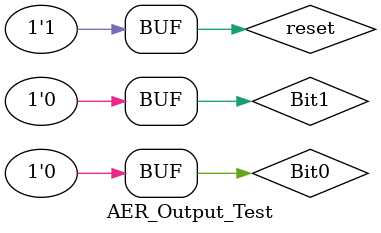
<source format=v>
`timescale 1ns / 1ps


module AER_Output_Test;

	// Inputs
	reg Bit0;
	reg Bit1;
	reg reset;

	// Outputs
	wire ack;
	wire Ch1Up;
	wire Ch1Down;
	wire Ch2Up;
	wire Ch2Down;

	// Instantiate the Unit Under Test (UUT)
	AER_Output uut (
		.Bit0(Bit0), 
		.Bit1(Bit1), 
		.reset(reset), 
		.ack(ack), 
		.Ch1Up(Ch1Up), 
		.Ch1Down(Ch1Down), 
		.Ch2Up(Ch2Up), 
		.Ch2Down(Ch2Down)
	);

	initial begin
		// Initialize Inputs
		Bit0 = 0;
		Bit1 = 0;
		reset = 0;

		// Wait 100 ns for global reset to finish
		#100;
		reset = 1;
		#100;
		Bit0 = 1;
		#100;
		Bit1 = 1;
		#100;
		
		Bit0 = 0;
		#100;
		Bit1 = 0;
		#100;
		
		Bit1 = 1;
		#100;
		Bit1 = 0;
		#100;
		
		Bit0 = 1;
		#100;
		Bit1 = 1;
		#100;
		
		Bit1 = 0;
		#100;
		Bit0 = 0;
		#100;
		
		Bit0 = 1;
		#100;
		Bit0 = 0;
		#100;
		
		Bit1 = 1;
		#100;
		Bit0 = 1;
		#100;
		
		Bit0 = 0;
		#100;
		Bit1 = 0;
		#500;        
		
		/*
		// Add stimulus here





*/


		Bit0 = 1;
		#100;
		Bit1 = 1;
		#100;
		
		Bit0 = 0;
		#100;
		Bit1 = 0;
		#100;
		
		Bit0 = 1;
		#100;
		Bit0 = 0;
		#100;
		
		Bit0 = 1;
		#100;
		Bit1 = 1;
		#100;
		
		Bit1 = 0;
		#100;
		Bit0 = 0;
		#100;
		
		Bit0 = 1;
		#100;
		Bit0 = 0;
		#100;
		
		Bit1 = 1;
		#100;
		Bit0 = 1;
		#100;
		
		Bit0 = 0;
		#100;
		Bit1 = 0;
		#100;   
        
		// Add stimulus here

	end
      
endmodule


</source>
